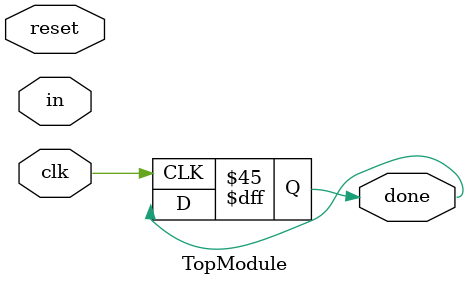
<source format=sv>

module TopModule (
  input wire clk,
  input wire [7:0] in,
  input wire reset,
  output wire done
);

reg [2:0] data_buffer; // Three-byte buffer to store received message
reg state = 0; // FSM state
reg done = 0; // Message reception flag

always @(posedge clk) begin
    if (reset) begin
        data_buffer <= 3'b000; // Reset the buffer to empty
        state <= START; // Start in idle state
    end

    // Idle state: wait for first byte with in[3]=1
    if (state == START && in[3]) begin
        data_buffer[0] <= in; // Store the first byte
        state <= WAITING_FOR_SECOND;
    end

    // Waiting for second byte: store it and wait for third or done
    if (state == WAITING_FOR_SECOND && in[3]) begin
        data_buffer[1] <= in; // Store the second byte
        state <= WAITING_FOR_THIRD;
    end else if (in[3] == 0) begin
        // If another non-message byte is received, discard it and wait for the next one
        state <= START;
    end

    // Waiting for third byte: store it and signal done immediately after
    if (state == WAITING_FOR_THIRD && in[3]) begin
        data_buffer[2] <= in; // Store the third byte
        state <= DONE;
    end else if (in[3] == 0) begin
        // If another non-message byte is received, discard it and wait for the next one
        state <= WAITING_FOR_THIRD;
    end

    // Done: signal done flag immediately after receiving the third byte and enter idle state
    if (state == DONE) begin
        done <= 1'b1;
        state <= START;
    end
end

// FSM states
parameter START = 0;
parameter WAITING_FOR_SECOND = 1;
parameter WAITING_FOR_THIRD = 2;
parameter DONE = 3;

endmodule

// VERILOG-EVAL: errant inclusion of module definition

</source>
